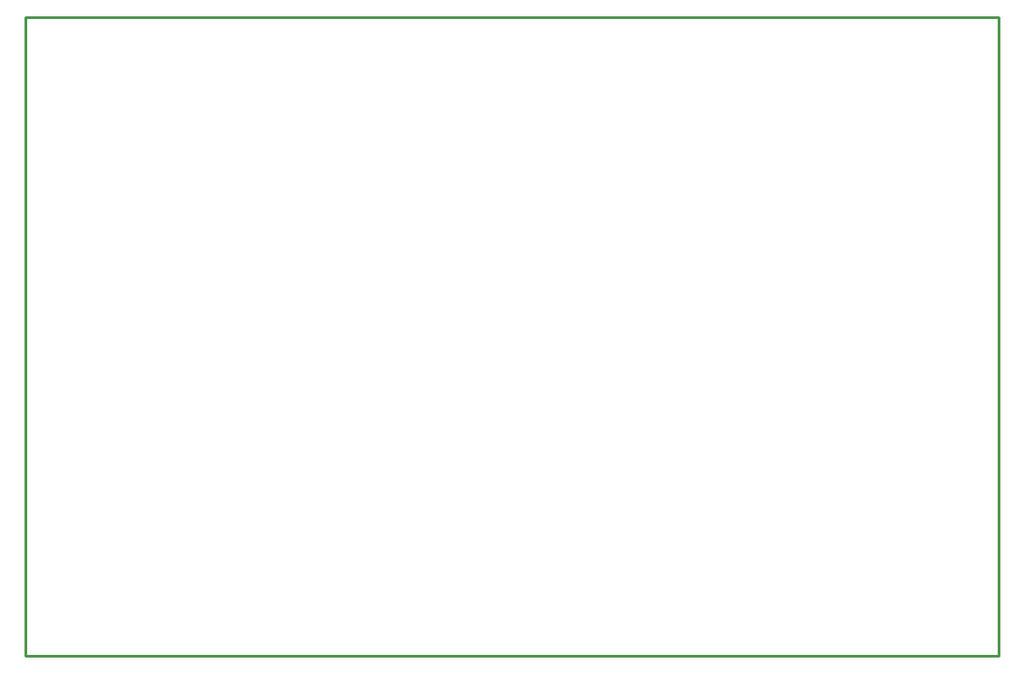
<source format=gbr>
G04 EAGLE Gerber RS-274X export*
G75*
%MOMM*%
%FSLAX34Y34*%
%LPD*%
%IN*%
%IPPOS*%
%AMOC8*
5,1,8,0,0,1.08239X$1,22.5*%
G01*
%ADD10C,0.254000*%


D10*
X0Y0D02*
X907925Y0D01*
X907925Y596800D01*
X0Y596800D01*
X0Y0D01*
M02*

</source>
